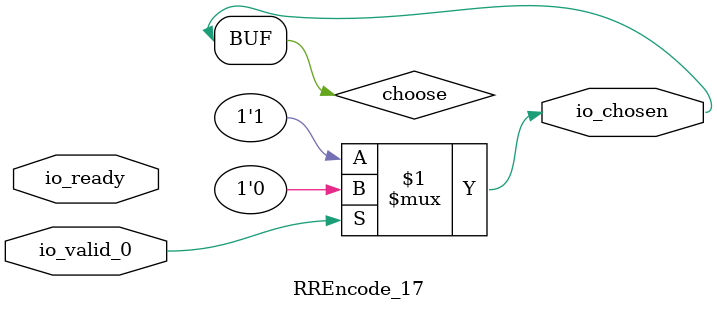
<source format=v>
module RREncode_17(
    input  io_valid_0,
    output io_chosen,
    input  io_ready);
  wire choose;
  assign io_chosen = choose;
  assign choose = io_valid_0 ? 1'h0 : 1'h1;
endmodule
</source>
